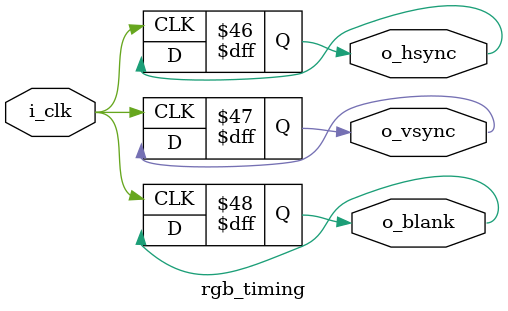
<source format=v>
module rgb_timing (input i_clk,
                   output o_hsync,
                   output o_vsync,
                   output o_blank);

// Parameter definitions for the different Pixel resolutions
// 1920x1080 (1080p)
// parameter P_RES_X  = 1920;
// parameter P_RES_Y  = 1080;
// parameter P_HFRONT = 88;
// parameter P_HSYNC  = 44;
// parameter P_HBACK  = 148;
// parameter P_VFRONT = 4;
// parameter P_VSYNC  = 5;
// parameter P_VBACK  = 36;

// 1280x720 (720p)
// parameter P_RES_X  = 1280;
// parameter P_RES_Y  = 720;
// parameter P_HFRONT = 110;
// parameter P_HSYNC  = 40;
// parameter P_HBACK  = 220;
// parameter P_VFRONT = 5;
// parameter P_VSYNC  = 5;
// parameter P_VBACK  = 20;

// 640x480 (480p)
parameter P_RES_X  = 640;
parameter P_RES_Y  = 480;
parameter P_HFRONT = 16;
parameter P_HSYNC  = 96;
parameter P_HBACK  = 48;
parameter P_VFRONT = 10;
parameter P_VSYNC  = 2;
parameter P_VBACK  = 33;

parameter P_HBLANK  = P_HFRONT + P_HSYNC + P_HBACK;
parameter P_VBLANK  = P_VFRONT + P_VSYNC + P_VBACK;
parameter P_TOTAL_X = P_RES_X + P_HBLANK;
parameter P_TOTAL_Y = P_RES_Y + P_VBLANK;

always @(posedge i_clk)
begin 
  if (x == P_RES_X - 1)
    o_blank <= 1'b1;
  else if ((x == P_TOTAL_X - 1) && (( y < P_RES_Y - 1) || (y == P_TOTAL_Y -1)))
    o_blannk <= 1'b0;

  if (x == P_RES_X + P_HFRONT - 1)
    o_hsync <= 1'b1;
  else if (x == P_RES_X + P_HFRONT + P_HSYNC - 1)
    o_hsync <= 1'b0;

  if (x == P_TOTAL_X - 1) begin
    x <= 12'b0;
    if (y == P_RES_Y + P_VFRONT - 1)
      o_vsync <= 1'b1;
    else if (y == P_RES_Y + P_VFRONT + P_VSYNC - 1)
      o_vsync <= 1'b0;
    
    if (y == P_TOTAL_Y - 1)
      y <= 12'b0;
    else
      y <= y + 1;
  end else
    x <= x + 1;
  
end


endmodule


</source>
